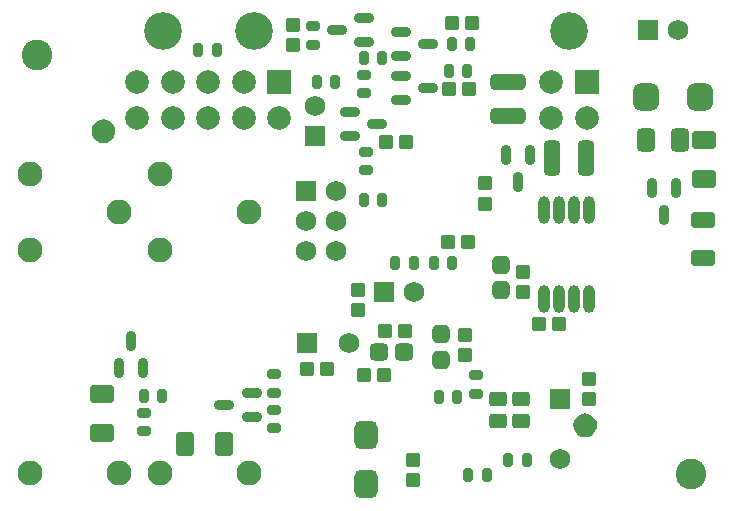
<source format=gbs>
G04 Layer_Color=16711935*
%FSLAX24Y24*%
%MOIN*%
G70*
G01*
G75*
G04:AMPARAMS|DCode=70|XSize=90.7mil|YSize=86.7mil|CornerRadius=23.7mil|HoleSize=0mil|Usage=FLASHONLY|Rotation=270.000|XOffset=0mil|YOffset=0mil|HoleType=Round|Shape=RoundedRectangle|*
%AMROUNDEDRECTD70*
21,1,0.0907,0.0394,0,0,270.0*
21,1,0.0433,0.0867,0,0,270.0*
1,1,0.0474,-0.0197,-0.0217*
1,1,0.0474,-0.0197,0.0217*
1,1,0.0474,0.0197,0.0217*
1,1,0.0474,0.0197,-0.0217*
%
%ADD70ROUNDEDRECTD70*%
G04:AMPARAMS|DCode=71|XSize=49mil|YSize=44mil|CornerRadius=5.8mil|HoleSize=0mil|Usage=FLASHONLY|Rotation=270.000|XOffset=0mil|YOffset=0mil|HoleType=Round|Shape=RoundedRectangle|*
%AMROUNDEDRECTD71*
21,1,0.0490,0.0324,0,0,270.0*
21,1,0.0374,0.0440,0,0,270.0*
1,1,0.0116,-0.0162,-0.0187*
1,1,0.0116,-0.0162,0.0187*
1,1,0.0116,0.0162,0.0187*
1,1,0.0116,0.0162,-0.0187*
%
%ADD71ROUNDEDRECTD71*%
G04:AMPARAMS|DCode=77|XSize=118.2mil|YSize=55.2mil|CornerRadius=15.8mil|HoleSize=0mil|Usage=FLASHONLY|Rotation=90.000|XOffset=0mil|YOffset=0mil|HoleType=Round|Shape=RoundedRectangle|*
%AMROUNDEDRECTD77*
21,1,0.1182,0.0236,0,0,90.0*
21,1,0.0866,0.0552,0,0,90.0*
1,1,0.0316,0.0118,0.0433*
1,1,0.0316,0.0118,-0.0433*
1,1,0.0316,-0.0118,-0.0433*
1,1,0.0316,-0.0118,0.0433*
%
%ADD77ROUNDEDRECTD77*%
G04:AMPARAMS|DCode=80|XSize=36mil|YSize=43.8mil|CornerRadius=6.8mil|HoleSize=0mil|Usage=FLASHONLY|Rotation=90.000|XOffset=0mil|YOffset=0mil|HoleType=Round|Shape=RoundedRectangle|*
%AMROUNDEDRECTD80*
21,1,0.0360,0.0302,0,0,90.0*
21,1,0.0224,0.0438,0,0,90.0*
1,1,0.0136,0.0151,0.0112*
1,1,0.0136,0.0151,-0.0112*
1,1,0.0136,-0.0151,-0.0112*
1,1,0.0136,-0.0151,0.0112*
%
%ADD80ROUNDEDRECTD80*%
G04:AMPARAMS|DCode=81|XSize=36mil|YSize=43.8mil|CornerRadius=6.8mil|HoleSize=0mil|Usage=FLASHONLY|Rotation=0.000|XOffset=0mil|YOffset=0mil|HoleType=Round|Shape=RoundedRectangle|*
%AMROUNDEDRECTD81*
21,1,0.0360,0.0302,0,0,0.0*
21,1,0.0224,0.0438,0,0,0.0*
1,1,0.0136,0.0112,-0.0151*
1,1,0.0136,-0.0112,-0.0151*
1,1,0.0136,-0.0112,0.0151*
1,1,0.0136,0.0112,0.0151*
%
%ADD81ROUNDEDRECTD81*%
G04:AMPARAMS|DCode=84|XSize=59.2mil|YSize=80mil|CornerRadius=6.6mil|HoleSize=0mil|Usage=FLASHONLY|Rotation=0.000|XOffset=0mil|YOffset=0mil|HoleType=Round|Shape=RoundedRectangle|*
%AMROUNDEDRECTD84*
21,1,0.0592,0.0669,0,0,0.0*
21,1,0.0461,0.0800,0,0,0.0*
1,1,0.0131,0.0230,-0.0335*
1,1,0.0131,-0.0230,-0.0335*
1,1,0.0131,-0.0230,0.0335*
1,1,0.0131,0.0230,0.0335*
%
%ADD84ROUNDEDRECTD84*%
%ADD87C,0.1025*%
%ADD88R,0.0680X0.0680*%
%ADD89C,0.0680*%
%ADD90R,0.0680X0.0680*%
%ADD91C,0.1261*%
%ADD92C,0.0789*%
%ADD93R,0.0789X0.0789*%
%ADD94C,0.0828*%
G04:AMPARAMS|DCode=95|XSize=49mil|YSize=44mil|CornerRadius=5.8mil|HoleSize=0mil|Usage=FLASHONLY|Rotation=0.000|XOffset=0mil|YOffset=0mil|HoleType=Round|Shape=RoundedRectangle|*
%AMROUNDEDRECTD95*
21,1,0.0490,0.0324,0,0,0.0*
21,1,0.0374,0.0440,0,0,0.0*
1,1,0.0116,0.0187,-0.0162*
1,1,0.0116,-0.0187,-0.0162*
1,1,0.0116,-0.0187,0.0162*
1,1,0.0116,0.0187,0.0162*
%
%ADD95ROUNDEDRECTD95*%
G04:AMPARAMS|DCode=96|XSize=62mil|YSize=58mil|CornerRadius=16.5mil|HoleSize=0mil|Usage=FLASHONLY|Rotation=90.000|XOffset=0mil|YOffset=0mil|HoleType=Round|Shape=RoundedRectangle|*
%AMROUNDEDRECTD96*
21,1,0.0620,0.0250,0,0,90.0*
21,1,0.0290,0.0580,0,0,90.0*
1,1,0.0330,0.0125,0.0145*
1,1,0.0330,0.0125,-0.0145*
1,1,0.0330,-0.0125,-0.0145*
1,1,0.0330,-0.0125,0.0145*
%
%ADD96ROUNDEDRECTD96*%
%ADD97O,0.0375X0.0930*%
%ADD98O,0.0671X0.0361*%
%ADD99O,0.0361X0.0671*%
G04:AMPARAMS|DCode=100|XSize=62mil|YSize=58mil|CornerRadius=16.5mil|HoleSize=0mil|Usage=FLASHONLY|Rotation=0.000|XOffset=0mil|YOffset=0mil|HoleType=Round|Shape=RoundedRectangle|*
%AMROUNDEDRECTD100*
21,1,0.0620,0.0250,0,0,0.0*
21,1,0.0290,0.0580,0,0,0.0*
1,1,0.0330,0.0145,-0.0125*
1,1,0.0330,-0.0145,-0.0125*
1,1,0.0330,-0.0145,0.0125*
1,1,0.0330,0.0145,0.0125*
%
%ADD100ROUNDEDRECTD100*%
G04:AMPARAMS|DCode=101|XSize=59.2mil|YSize=80mil|CornerRadius=6.6mil|HoleSize=0mil|Usage=FLASHONLY|Rotation=270.000|XOffset=0mil|YOffset=0mil|HoleType=Round|Shape=RoundedRectangle|*
%AMROUNDEDRECTD101*
21,1,0.0592,0.0669,0,0,270.0*
21,1,0.0461,0.0800,0,0,270.0*
1,1,0.0131,-0.0335,-0.0230*
1,1,0.0131,-0.0335,0.0230*
1,1,0.0131,0.0335,0.0230*
1,1,0.0131,0.0335,-0.0230*
%
%ADD101ROUNDEDRECTD101*%
G04:AMPARAMS|DCode=102|XSize=94.6mil|YSize=76.9mil|CornerRadius=21.2mil|HoleSize=0mil|Usage=FLASHONLY|Rotation=90.000|XOffset=0mil|YOffset=0mil|HoleType=Round|Shape=RoundedRectangle|*
%AMROUNDEDRECTD102*
21,1,0.0946,0.0344,0,0,90.0*
21,1,0.0522,0.0769,0,0,90.0*
1,1,0.0424,0.0172,0.0261*
1,1,0.0424,0.0172,-0.0261*
1,1,0.0424,-0.0172,-0.0261*
1,1,0.0424,-0.0172,0.0261*
%
%ADD102ROUNDEDRECTD102*%
G04:AMPARAMS|DCode=103|XSize=63.1mil|YSize=49.3mil|CornerRadius=14.3mil|HoleSize=0mil|Usage=FLASHONLY|Rotation=180.000|XOffset=0mil|YOffset=0mil|HoleType=Round|Shape=RoundedRectangle|*
%AMROUNDEDRECTD103*
21,1,0.0631,0.0207,0,0,180.0*
21,1,0.0344,0.0493,0,0,180.0*
1,1,0.0287,-0.0172,0.0103*
1,1,0.0287,0.0172,0.0103*
1,1,0.0287,0.0172,-0.0103*
1,1,0.0287,-0.0172,-0.0103*
%
%ADD103ROUNDEDRECTD103*%
G04:AMPARAMS|DCode=104|XSize=55.2mil|YSize=82.8mil|CornerRadius=15.8mil|HoleSize=0mil|Usage=FLASHONLY|Rotation=270.000|XOffset=0mil|YOffset=0mil|HoleType=Round|Shape=RoundedRectangle|*
%AMROUNDEDRECTD104*
21,1,0.0552,0.0512,0,0,270.0*
21,1,0.0236,0.0828,0,0,270.0*
1,1,0.0316,-0.0256,-0.0118*
1,1,0.0316,-0.0256,0.0118*
1,1,0.0316,0.0256,0.0118*
1,1,0.0316,0.0256,-0.0118*
%
%ADD104ROUNDEDRECTD104*%
G04:AMPARAMS|DCode=105|XSize=63.1mil|YSize=78.9mil|CornerRadius=17.8mil|HoleSize=0mil|Usage=FLASHONLY|Rotation=180.000|XOffset=0mil|YOffset=0mil|HoleType=Round|Shape=RoundedRectangle|*
%AMROUNDEDRECTD105*
21,1,0.0631,0.0433,0,0,180.0*
21,1,0.0276,0.0789,0,0,180.0*
1,1,0.0356,-0.0138,0.0217*
1,1,0.0356,0.0138,0.0217*
1,1,0.0356,0.0138,-0.0217*
1,1,0.0356,-0.0138,-0.0217*
%
%ADD105ROUNDEDRECTD105*%
G04:AMPARAMS|DCode=106|XSize=118.2mil|YSize=55.2mil|CornerRadius=15.8mil|HoleSize=0mil|Usage=FLASHONLY|Rotation=0.000|XOffset=0mil|YOffset=0mil|HoleType=Round|Shape=RoundedRectangle|*
%AMROUNDEDRECTD106*
21,1,0.1182,0.0236,0,0,0.0*
21,1,0.0866,0.0552,0,0,0.0*
1,1,0.0316,0.0433,-0.0118*
1,1,0.0316,-0.0433,-0.0118*
1,1,0.0316,-0.0433,0.0118*
1,1,0.0316,0.0433,0.0118*
%
%ADD106ROUNDEDRECTD106*%
G36*
X42957Y28100D02*
X43053Y28060D01*
X43135Y27997D01*
X43198Y27915D01*
X43238Y27819D01*
X43251Y27717D01*
X43238Y27614D01*
X43198Y27518D01*
X43135Y27436D01*
X43053Y27373D01*
X42957Y27333D01*
X42854Y27319D01*
X42752Y27333D01*
X42656Y27373D01*
X42574Y27436D01*
X42510Y27518D01*
X42471Y27614D01*
X42457Y27717D01*
X42471Y27819D01*
X42510Y27915D01*
X42574Y27997D01*
X42656Y28060D01*
X42752Y28100D01*
X42854Y28114D01*
X42957Y28100D01*
D02*
G37*
G36*
X26904Y37903D02*
X27000Y37864D01*
X27082Y37800D01*
X27145Y37718D01*
X27185Y37622D01*
X27198Y37520D01*
X27185Y37417D01*
X27145Y37321D01*
X27082Y37239D01*
X27000Y37176D01*
X26904Y37136D01*
X26801Y37123D01*
X26698Y37136D01*
X26603Y37176D01*
X26520Y37239D01*
X26457Y37321D01*
X26418Y37417D01*
X26404Y37520D01*
X26418Y37622D01*
X26457Y37718D01*
X26520Y37800D01*
X26603Y37864D01*
X26698Y37903D01*
X26801Y37917D01*
X26904Y37903D01*
D02*
G37*
D70*
X46683Y38661D02*
D03*
X44872D02*
D03*
D71*
X39518Y35108D02*
D03*
Y35778D02*
D03*
X40787Y32825D02*
D03*
Y32155D02*
D03*
X33120Y40403D02*
D03*
Y41073D02*
D03*
X38868Y30059D02*
D03*
Y30729D02*
D03*
X37126Y26546D02*
D03*
Y25876D02*
D03*
X43002Y29272D02*
D03*
Y28602D02*
D03*
X35295Y32215D02*
D03*
Y31545D02*
D03*
D77*
X41742Y36614D02*
D03*
X42884D02*
D03*
D80*
X32500Y27628D02*
D03*
Y28238D02*
D03*
Y28799D02*
D03*
Y29409D02*
D03*
X35541Y36840D02*
D03*
Y36230D02*
D03*
X35482Y39390D02*
D03*
Y38780D02*
D03*
X33789Y40404D02*
D03*
Y41014D02*
D03*
X39203Y29380D02*
D03*
Y28770D02*
D03*
X28150Y28120D02*
D03*
Y27510D02*
D03*
D81*
X35492Y35226D02*
D03*
X36102D02*
D03*
X38307Y39528D02*
D03*
X38917D02*
D03*
X38415Y40433D02*
D03*
X39025D02*
D03*
X35482Y39961D02*
D03*
X36092D02*
D03*
X34527Y39154D02*
D03*
X33917D02*
D03*
X30571Y40236D02*
D03*
X29961D02*
D03*
X37973Y28671D02*
D03*
X38583D02*
D03*
X38967Y26053D02*
D03*
X39577D02*
D03*
X40295Y26545D02*
D03*
X40905D02*
D03*
X28150Y28701D02*
D03*
X28760D02*
D03*
X38425Y33110D02*
D03*
X37815D02*
D03*
X36526D02*
D03*
X37136D02*
D03*
D84*
X29527Y27106D02*
D03*
X30827D02*
D03*
D87*
X24600Y40050D02*
D03*
X46401Y26103D02*
D03*
D88*
X36161Y32146D02*
D03*
X33602Y30463D02*
D03*
X44951Y40896D02*
D03*
D89*
X37161Y32146D02*
D03*
X33868Y38352D02*
D03*
X42028Y26602D02*
D03*
X34980Y30463D02*
D03*
X45951Y40896D02*
D03*
X34553Y33531D02*
D03*
X33553D02*
D03*
X34553Y34532D02*
D03*
Y35531D02*
D03*
X33553Y34532D02*
D03*
D90*
X33868Y37352D02*
D03*
X42028Y28602D02*
D03*
X33553Y35531D02*
D03*
D91*
X28780Y40856D02*
D03*
X31811D02*
D03*
X42313D02*
D03*
D92*
X30295Y37974D02*
D03*
Y39156D02*
D03*
X29114Y37974D02*
D03*
Y39156D02*
D03*
X31476Y37974D02*
D03*
X32657D02*
D03*
X31476Y39156D02*
D03*
X27933D02*
D03*
Y37974D02*
D03*
X42904D02*
D03*
X41722D02*
D03*
Y39156D02*
D03*
D93*
X32657D02*
D03*
X42904D02*
D03*
D94*
X31654Y26132D02*
D03*
X28701D02*
D03*
Y33573D02*
D03*
X31654Y34833D02*
D03*
X28701Y36093D02*
D03*
X27303Y26132D02*
D03*
X24350D02*
D03*
Y33573D02*
D03*
X27303Y34833D02*
D03*
X24350Y36093D02*
D03*
D95*
X38967Y33809D02*
D03*
X38297D02*
D03*
X38307Y38927D02*
D03*
X38977D02*
D03*
X38425Y41142D02*
D03*
X39095D02*
D03*
X36880Y37146D02*
D03*
X36210D02*
D03*
X35492Y29380D02*
D03*
X36162D02*
D03*
X33582Y29596D02*
D03*
X34252D02*
D03*
X41989Y31102D02*
D03*
X41319D02*
D03*
X36171Y30866D02*
D03*
X36841D02*
D03*
D96*
X40059Y33074D02*
D03*
Y32234D02*
D03*
X38051Y29908D02*
D03*
Y30748D02*
D03*
D97*
X41992Y34889D02*
D03*
Y31939D02*
D03*
X42992Y34889D02*
D03*
X42492D02*
D03*
X41492D02*
D03*
X42992Y31939D02*
D03*
X42492D02*
D03*
X41492D02*
D03*
D98*
X35935Y37772D02*
D03*
X35025Y37372D02*
D03*
Y38172D02*
D03*
X37618Y38963D02*
D03*
X36708Y39363D02*
D03*
Y38563D02*
D03*
X37618Y40439D02*
D03*
X36708Y40839D02*
D03*
Y40039D02*
D03*
X34577Y40880D02*
D03*
X35487Y41280D02*
D03*
Y40480D02*
D03*
X30827Y28399D02*
D03*
X31737Y27999D02*
D03*
Y28799D02*
D03*
D99*
X27730Y30531D02*
D03*
X27330Y29621D02*
D03*
X28130D02*
D03*
X45479Y34725D02*
D03*
X45879Y35635D02*
D03*
X45079D02*
D03*
X40607Y35817D02*
D03*
X41007Y36727D02*
D03*
X40207D02*
D03*
D100*
X36824Y30157D02*
D03*
X35984D02*
D03*
D101*
X26742Y28760D02*
D03*
Y27460D02*
D03*
X46811Y35935D02*
D03*
Y37235D02*
D03*
D102*
X35541Y27382D02*
D03*
Y25768D02*
D03*
D103*
X40728Y27854D02*
D03*
Y28602D02*
D03*
X39951Y27854D02*
D03*
Y28602D02*
D03*
D104*
X46791Y33307D02*
D03*
Y34567D02*
D03*
D105*
X44872Y37234D02*
D03*
X46014D02*
D03*
D106*
X40285Y39163D02*
D03*
Y38022D02*
D03*
M02*

</source>
